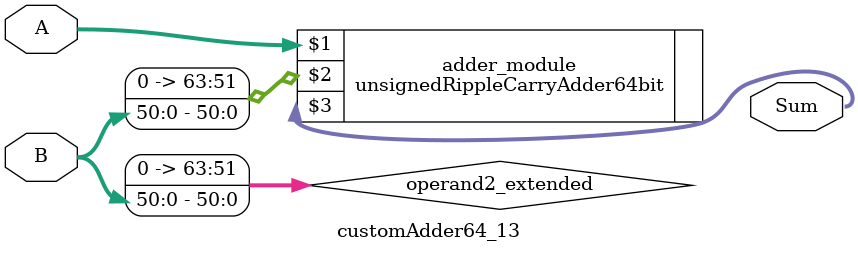
<source format=v>
module customAdder64_13(
                        input [63 : 0] A,
                        input [50 : 0] B,
                        
                        output [64 : 0] Sum
                );

        wire [63 : 0] operand2_extended;
        
        assign operand2_extended =  {13'b0, B};
        
        unsignedRippleCarryAdder64bit adder_module(
            A,
            operand2_extended,
            Sum
        );
        
        endmodule
        
</source>
